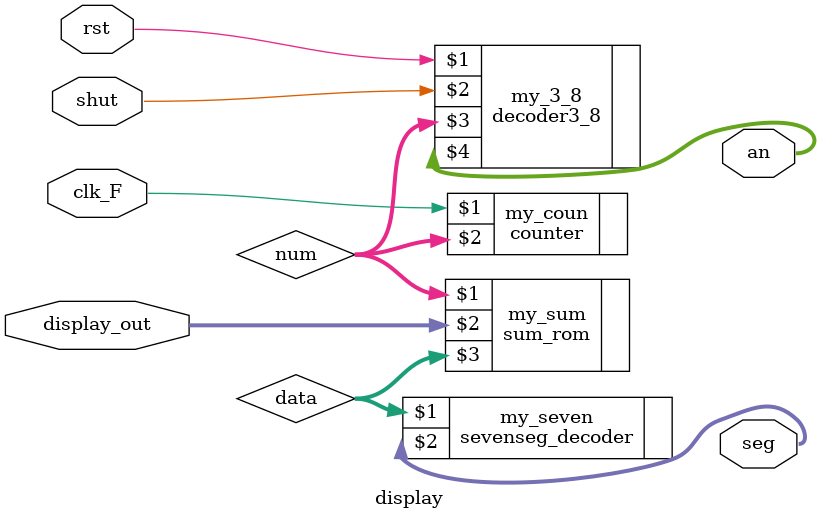
<source format=v>
`timescale 1ns / 1ps


module display(
    input rst,
    input shut,
    input [31:0]display_out,
    input clk_F,
    output [6:0]seg,
    output [7:0]an
    );

    wire [2:0]num;
    wire [3:0]data;
    sum_rom my_sum(num,display_out,data);//choose data, data = part of display_out
    counter my_coun(clk_F,num);//num 0->7->0->...
    decoder3_8 my_3_8(rst,shut,num,an);//choose the lighting seven_seg
    sevenseg_decoder my_seven(data,seg);//show data with seven_seg

endmodule

</source>
